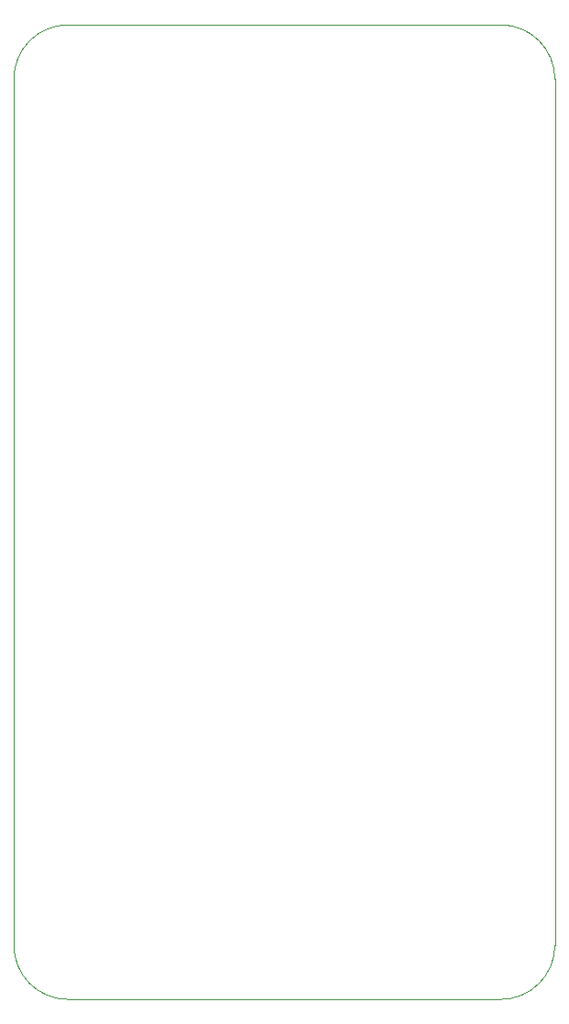
<source format=gbr>
%TF.GenerationSoftware,KiCad,Pcbnew,(7.0.0-0)*%
%TF.CreationDate,2023-05-15T11:59:49-04:00*%
%TF.ProjectId,4dapter,34646170-7465-4722-9e6b-696361645f70,rev?*%
%TF.SameCoordinates,Original*%
%TF.FileFunction,Profile,NP*%
%FSLAX46Y46*%
G04 Gerber Fmt 4.6, Leading zero omitted, Abs format (unit mm)*
G04 Created by KiCad (PCBNEW (7.0.0-0)) date 2023-05-15 11:59:49*
%MOMM*%
%LPD*%
G01*
G04 APERTURE LIST*
%TA.AperFunction,Profile*%
%ADD10C,0.050000*%
%TD*%
G04 APERTURE END LIST*
D10*
X150000000Y-55000000D02*
X150000000Y-135000000D01*
X100000000Y-55000000D02*
X100000000Y-135000000D01*
X149999999Y-55000000D02*
G75*
G03*
X145000000Y-50000001I-4999999J0D01*
G01*
X145000000Y-140000000D02*
X105000000Y-140000000D01*
X100000000Y-135000000D02*
G75*
G03*
X105000000Y-140000000I5000000J0D01*
G01*
X105000000Y-50000000D02*
X145000000Y-50000000D01*
X105000000Y-50000000D02*
G75*
G03*
X100000000Y-55000000I0J-5000000D01*
G01*
X145000000Y-140000000D02*
G75*
G03*
X150000000Y-135000000I0J5000000D01*
G01*
M02*

</source>
